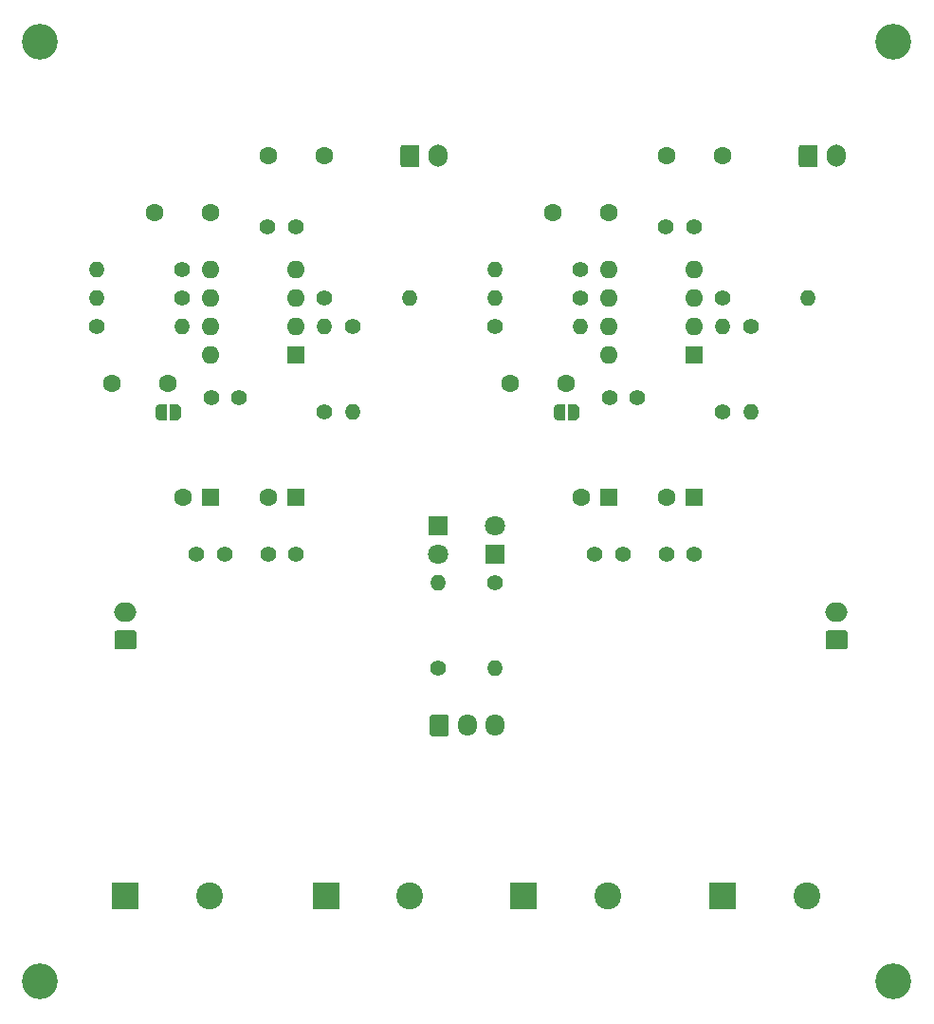
<source format=gbs>
G04 #@! TF.GenerationSoftware,KiCad,Pcbnew,(5.1.4)-1*
G04 #@! TF.CreationDate,2019-10-16T10:00:49+09:00*
G04 #@! TF.ProjectId,LME49600_HPA,4c4d4534-3936-4303-905f-4850412e6b69,rev?*
G04 #@! TF.SameCoordinates,Original*
G04 #@! TF.FileFunction,Soldermask,Bot*
G04 #@! TF.FilePolarity,Negative*
%FSLAX46Y46*%
G04 Gerber Fmt 4.6, Leading zero omitted, Abs format (unit mm)*
G04 Created by KiCad (PCBNEW (5.1.4)-1) date 2019-10-16 10:00:49*
%MOMM*%
%LPD*%
G04 APERTURE LIST*
%ADD10O,2.000000X1.700000*%
%ADD11C,0.100000*%
%ADD12C,1.700000*%
%ADD13C,1.600000*%
%ADD14O,1.600000X1.600000*%
%ADD15R,1.600000X1.600000*%
%ADD16C,2.400000*%
%ADD17R,2.400000X2.400000*%
%ADD18O,1.700000X1.950000*%
%ADD19C,3.200000*%
%ADD20O,1.700000X2.000000*%
%ADD21O,1.400000X1.400000*%
%ADD22C,1.400000*%
%ADD23C,0.500000*%
%ADD24C,1.800000*%
%ADD25R,1.800000X1.800000*%
G04 APERTURE END LIST*
D10*
X182880000Y-101640000D03*
D11*
G36*
X183654504Y-103291204D02*
G01*
X183678773Y-103294804D01*
X183702571Y-103300765D01*
X183725671Y-103309030D01*
X183747849Y-103319520D01*
X183768893Y-103332133D01*
X183788598Y-103346747D01*
X183806777Y-103363223D01*
X183823253Y-103381402D01*
X183837867Y-103401107D01*
X183850480Y-103422151D01*
X183860970Y-103444329D01*
X183869235Y-103467429D01*
X183875196Y-103491227D01*
X183878796Y-103515496D01*
X183880000Y-103540000D01*
X183880000Y-104740000D01*
X183878796Y-104764504D01*
X183875196Y-104788773D01*
X183869235Y-104812571D01*
X183860970Y-104835671D01*
X183850480Y-104857849D01*
X183837867Y-104878893D01*
X183823253Y-104898598D01*
X183806777Y-104916777D01*
X183788598Y-104933253D01*
X183768893Y-104947867D01*
X183747849Y-104960480D01*
X183725671Y-104970970D01*
X183702571Y-104979235D01*
X183678773Y-104985196D01*
X183654504Y-104988796D01*
X183630000Y-104990000D01*
X182130000Y-104990000D01*
X182105496Y-104988796D01*
X182081227Y-104985196D01*
X182057429Y-104979235D01*
X182034329Y-104970970D01*
X182012151Y-104960480D01*
X181991107Y-104947867D01*
X181971402Y-104933253D01*
X181953223Y-104916777D01*
X181936747Y-104898598D01*
X181922133Y-104878893D01*
X181909520Y-104857849D01*
X181899030Y-104835671D01*
X181890765Y-104812571D01*
X181884804Y-104788773D01*
X181881204Y-104764504D01*
X181880000Y-104740000D01*
X181880000Y-103540000D01*
X181881204Y-103515496D01*
X181884804Y-103491227D01*
X181890765Y-103467429D01*
X181899030Y-103444329D01*
X181909520Y-103422151D01*
X181922133Y-103401107D01*
X181936747Y-103381402D01*
X181953223Y-103363223D01*
X181971402Y-103346747D01*
X181991107Y-103332133D01*
X182012151Y-103319520D01*
X182034329Y-103309030D01*
X182057429Y-103300765D01*
X182081227Y-103294804D01*
X182105496Y-103291204D01*
X182130000Y-103290000D01*
X183630000Y-103290000D01*
X183654504Y-103291204D01*
X183654504Y-103291204D01*
G37*
D12*
X182880000Y-104140000D03*
D13*
X162560000Y-66040000D03*
X157560000Y-66040000D03*
X172720000Y-60960000D03*
X167720000Y-60960000D03*
X137160000Y-60960000D03*
X132160000Y-60960000D03*
D14*
X162560000Y-78740000D03*
X170180000Y-71120000D03*
X162560000Y-76200000D03*
X170180000Y-73660000D03*
X162560000Y-73660000D03*
X170180000Y-76200000D03*
X162560000Y-71120000D03*
D15*
X170180000Y-78740000D03*
D14*
X127000000Y-78740000D03*
X134620000Y-71120000D03*
X127000000Y-76200000D03*
X134620000Y-73660000D03*
X127000000Y-73660000D03*
X134620000Y-76200000D03*
X127000000Y-71120000D03*
D15*
X134620000Y-78740000D03*
D16*
X126880000Y-127000000D03*
D17*
X119380000Y-127000000D03*
D16*
X162440000Y-127000000D03*
D17*
X154940000Y-127000000D03*
D18*
X152400000Y-111760000D03*
X149900000Y-111760000D03*
D11*
G36*
X148024504Y-110786204D02*
G01*
X148048773Y-110789804D01*
X148072571Y-110795765D01*
X148095671Y-110804030D01*
X148117849Y-110814520D01*
X148138893Y-110827133D01*
X148158598Y-110841747D01*
X148176777Y-110858223D01*
X148193253Y-110876402D01*
X148207867Y-110896107D01*
X148220480Y-110917151D01*
X148230970Y-110939329D01*
X148239235Y-110962429D01*
X148245196Y-110986227D01*
X148248796Y-111010496D01*
X148250000Y-111035000D01*
X148250000Y-112485000D01*
X148248796Y-112509504D01*
X148245196Y-112533773D01*
X148239235Y-112557571D01*
X148230970Y-112580671D01*
X148220480Y-112602849D01*
X148207867Y-112623893D01*
X148193253Y-112643598D01*
X148176777Y-112661777D01*
X148158598Y-112678253D01*
X148138893Y-112692867D01*
X148117849Y-112705480D01*
X148095671Y-112715970D01*
X148072571Y-112724235D01*
X148048773Y-112730196D01*
X148024504Y-112733796D01*
X148000000Y-112735000D01*
X146800000Y-112735000D01*
X146775496Y-112733796D01*
X146751227Y-112730196D01*
X146727429Y-112724235D01*
X146704329Y-112715970D01*
X146682151Y-112705480D01*
X146661107Y-112692867D01*
X146641402Y-112678253D01*
X146623223Y-112661777D01*
X146606747Y-112643598D01*
X146592133Y-112623893D01*
X146579520Y-112602849D01*
X146569030Y-112580671D01*
X146560765Y-112557571D01*
X146554804Y-112533773D01*
X146551204Y-112509504D01*
X146550000Y-112485000D01*
X146550000Y-111035000D01*
X146551204Y-111010496D01*
X146554804Y-110986227D01*
X146560765Y-110962429D01*
X146569030Y-110939329D01*
X146579520Y-110917151D01*
X146592133Y-110896107D01*
X146606747Y-110876402D01*
X146623223Y-110858223D01*
X146641402Y-110841747D01*
X146661107Y-110827133D01*
X146682151Y-110814520D01*
X146704329Y-110804030D01*
X146727429Y-110795765D01*
X146751227Y-110789804D01*
X146775496Y-110786204D01*
X146800000Y-110785000D01*
X148000000Y-110785000D01*
X148024504Y-110786204D01*
X148024504Y-110786204D01*
G37*
D12*
X147400000Y-111760000D03*
D16*
X144780000Y-127000000D03*
D17*
X137280000Y-127000000D03*
D19*
X111760000Y-134620000D03*
X187960000Y-134620000D03*
X187960000Y-50800000D03*
X111760000Y-50800000D03*
D20*
X182840000Y-60960000D03*
D11*
G36*
X180964504Y-59961204D02*
G01*
X180988773Y-59964804D01*
X181012571Y-59970765D01*
X181035671Y-59979030D01*
X181057849Y-59989520D01*
X181078893Y-60002133D01*
X181098598Y-60016747D01*
X181116777Y-60033223D01*
X181133253Y-60051402D01*
X181147867Y-60071107D01*
X181160480Y-60092151D01*
X181170970Y-60114329D01*
X181179235Y-60137429D01*
X181185196Y-60161227D01*
X181188796Y-60185496D01*
X181190000Y-60210000D01*
X181190000Y-61710000D01*
X181188796Y-61734504D01*
X181185196Y-61758773D01*
X181179235Y-61782571D01*
X181170970Y-61805671D01*
X181160480Y-61827849D01*
X181147867Y-61848893D01*
X181133253Y-61868598D01*
X181116777Y-61886777D01*
X181098598Y-61903253D01*
X181078893Y-61917867D01*
X181057849Y-61930480D01*
X181035671Y-61940970D01*
X181012571Y-61949235D01*
X180988773Y-61955196D01*
X180964504Y-61958796D01*
X180940000Y-61960000D01*
X179740000Y-61960000D01*
X179715496Y-61958796D01*
X179691227Y-61955196D01*
X179667429Y-61949235D01*
X179644329Y-61940970D01*
X179622151Y-61930480D01*
X179601107Y-61917867D01*
X179581402Y-61903253D01*
X179563223Y-61886777D01*
X179546747Y-61868598D01*
X179532133Y-61848893D01*
X179519520Y-61827849D01*
X179509030Y-61805671D01*
X179500765Y-61782571D01*
X179494804Y-61758773D01*
X179491204Y-61734504D01*
X179490000Y-61710000D01*
X179490000Y-60210000D01*
X179491204Y-60185496D01*
X179494804Y-60161227D01*
X179500765Y-60137429D01*
X179509030Y-60114329D01*
X179519520Y-60092151D01*
X179532133Y-60071107D01*
X179546747Y-60051402D01*
X179563223Y-60033223D01*
X179581402Y-60016747D01*
X179601107Y-60002133D01*
X179622151Y-59989520D01*
X179644329Y-59979030D01*
X179667429Y-59970765D01*
X179691227Y-59964804D01*
X179715496Y-59961204D01*
X179740000Y-59960000D01*
X180940000Y-59960000D01*
X180964504Y-59961204D01*
X180964504Y-59961204D01*
G37*
D12*
X180340000Y-60960000D03*
D21*
X160020000Y-76200000D03*
D22*
X152400000Y-76200000D03*
D13*
X118190000Y-81280000D03*
X123190000Y-81280000D03*
D21*
X172720000Y-76200000D03*
D22*
X172720000Y-83820000D03*
D21*
X175260000Y-83820000D03*
D22*
X175260000Y-76200000D03*
D21*
X152400000Y-71120000D03*
D22*
X160020000Y-71120000D03*
D21*
X152400000Y-73660000D03*
D22*
X160020000Y-73660000D03*
D21*
X180340000Y-73660000D03*
D22*
X172720000Y-73660000D03*
D21*
X137160000Y-76200000D03*
D22*
X137160000Y-83820000D03*
D21*
X124460000Y-76200000D03*
D22*
X116840000Y-76200000D03*
D21*
X139700000Y-83820000D03*
D22*
X139700000Y-76200000D03*
D21*
X116840000Y-71120000D03*
D22*
X124460000Y-71120000D03*
D21*
X116840000Y-73660000D03*
D22*
X124460000Y-73660000D03*
D21*
X144780000Y-73660000D03*
D22*
X137160000Y-73660000D03*
D21*
X152400000Y-106680000D03*
D22*
X152400000Y-99060000D03*
D21*
X147320000Y-99060000D03*
D22*
X147320000Y-106680000D03*
D20*
X147280000Y-60960000D03*
D11*
G36*
X145404504Y-59961204D02*
G01*
X145428773Y-59964804D01*
X145452571Y-59970765D01*
X145475671Y-59979030D01*
X145497849Y-59989520D01*
X145518893Y-60002133D01*
X145538598Y-60016747D01*
X145556777Y-60033223D01*
X145573253Y-60051402D01*
X145587867Y-60071107D01*
X145600480Y-60092151D01*
X145610970Y-60114329D01*
X145619235Y-60137429D01*
X145625196Y-60161227D01*
X145628796Y-60185496D01*
X145630000Y-60210000D01*
X145630000Y-61710000D01*
X145628796Y-61734504D01*
X145625196Y-61758773D01*
X145619235Y-61782571D01*
X145610970Y-61805671D01*
X145600480Y-61827849D01*
X145587867Y-61848893D01*
X145573253Y-61868598D01*
X145556777Y-61886777D01*
X145538598Y-61903253D01*
X145518893Y-61917867D01*
X145497849Y-61930480D01*
X145475671Y-61940970D01*
X145452571Y-61949235D01*
X145428773Y-61955196D01*
X145404504Y-61958796D01*
X145380000Y-61960000D01*
X144180000Y-61960000D01*
X144155496Y-61958796D01*
X144131227Y-61955196D01*
X144107429Y-61949235D01*
X144084329Y-61940970D01*
X144062151Y-61930480D01*
X144041107Y-61917867D01*
X144021402Y-61903253D01*
X144003223Y-61886777D01*
X143986747Y-61868598D01*
X143972133Y-61848893D01*
X143959520Y-61827849D01*
X143949030Y-61805671D01*
X143940765Y-61782571D01*
X143934804Y-61758773D01*
X143931204Y-61734504D01*
X143930000Y-61710000D01*
X143930000Y-60210000D01*
X143931204Y-60185496D01*
X143934804Y-60161227D01*
X143940765Y-60137429D01*
X143949030Y-60114329D01*
X143959520Y-60092151D01*
X143972133Y-60071107D01*
X143986747Y-60051402D01*
X144003223Y-60033223D01*
X144021402Y-60016747D01*
X144041107Y-60002133D01*
X144062151Y-59989520D01*
X144084329Y-59979030D01*
X144107429Y-59970765D01*
X144131227Y-59964804D01*
X144155496Y-59961204D01*
X144180000Y-59960000D01*
X145380000Y-59960000D01*
X145404504Y-59961204D01*
X145404504Y-59961204D01*
G37*
D12*
X144780000Y-60960000D03*
D22*
X167680000Y-96520000D03*
X170180000Y-96520000D03*
X134580000Y-67310000D03*
X132080000Y-67310000D03*
D13*
X127000000Y-66040000D03*
X122000000Y-66040000D03*
D22*
X170140000Y-67310000D03*
X167640000Y-67310000D03*
D23*
X158100000Y-83820000D03*
D11*
G36*
X158100000Y-84569398D02*
G01*
X158075466Y-84569398D01*
X158026635Y-84564588D01*
X157978510Y-84555016D01*
X157931555Y-84540772D01*
X157886222Y-84521995D01*
X157842949Y-84498864D01*
X157802150Y-84471604D01*
X157764221Y-84440476D01*
X157729524Y-84405779D01*
X157698396Y-84367850D01*
X157671136Y-84327051D01*
X157648005Y-84283778D01*
X157629228Y-84238445D01*
X157614984Y-84191490D01*
X157605412Y-84143365D01*
X157600602Y-84094534D01*
X157600602Y-84070000D01*
X157600000Y-84070000D01*
X157600000Y-83570000D01*
X157600602Y-83570000D01*
X157600602Y-83545466D01*
X157605412Y-83496635D01*
X157614984Y-83448510D01*
X157629228Y-83401555D01*
X157648005Y-83356222D01*
X157671136Y-83312949D01*
X157698396Y-83272150D01*
X157729524Y-83234221D01*
X157764221Y-83199524D01*
X157802150Y-83168396D01*
X157842949Y-83141136D01*
X157886222Y-83118005D01*
X157931555Y-83099228D01*
X157978510Y-83084984D01*
X158026635Y-83075412D01*
X158075466Y-83070602D01*
X158100000Y-83070602D01*
X158100000Y-83070000D01*
X158600000Y-83070000D01*
X158600000Y-84570000D01*
X158100000Y-84570000D01*
X158100000Y-84569398D01*
X158100000Y-84569398D01*
G37*
D23*
X159400000Y-83820000D03*
D11*
G36*
X158900000Y-83070000D02*
G01*
X159400000Y-83070000D01*
X159400000Y-83070602D01*
X159424534Y-83070602D01*
X159473365Y-83075412D01*
X159521490Y-83084984D01*
X159568445Y-83099228D01*
X159613778Y-83118005D01*
X159657051Y-83141136D01*
X159697850Y-83168396D01*
X159735779Y-83199524D01*
X159770476Y-83234221D01*
X159801604Y-83272150D01*
X159828864Y-83312949D01*
X159851995Y-83356222D01*
X159870772Y-83401555D01*
X159885016Y-83448510D01*
X159894588Y-83496635D01*
X159899398Y-83545466D01*
X159899398Y-83570000D01*
X159900000Y-83570000D01*
X159900000Y-84070000D01*
X159899398Y-84070000D01*
X159899398Y-84094534D01*
X159894588Y-84143365D01*
X159885016Y-84191490D01*
X159870772Y-84238445D01*
X159851995Y-84283778D01*
X159828864Y-84327051D01*
X159801604Y-84367850D01*
X159770476Y-84405779D01*
X159735779Y-84440476D01*
X159697850Y-84471604D01*
X159657051Y-84498864D01*
X159613778Y-84521995D01*
X159568445Y-84540772D01*
X159521490Y-84555016D01*
X159473365Y-84564588D01*
X159424534Y-84569398D01*
X159400000Y-84569398D01*
X159400000Y-84570000D01*
X158900000Y-84570000D01*
X158900000Y-83070000D01*
X158900000Y-83070000D01*
G37*
D23*
X122540000Y-83820000D03*
D11*
G36*
X122540000Y-84569398D02*
G01*
X122515466Y-84569398D01*
X122466635Y-84564588D01*
X122418510Y-84555016D01*
X122371555Y-84540772D01*
X122326222Y-84521995D01*
X122282949Y-84498864D01*
X122242150Y-84471604D01*
X122204221Y-84440476D01*
X122169524Y-84405779D01*
X122138396Y-84367850D01*
X122111136Y-84327051D01*
X122088005Y-84283778D01*
X122069228Y-84238445D01*
X122054984Y-84191490D01*
X122045412Y-84143365D01*
X122040602Y-84094534D01*
X122040602Y-84070000D01*
X122040000Y-84070000D01*
X122040000Y-83570000D01*
X122040602Y-83570000D01*
X122040602Y-83545466D01*
X122045412Y-83496635D01*
X122054984Y-83448510D01*
X122069228Y-83401555D01*
X122088005Y-83356222D01*
X122111136Y-83312949D01*
X122138396Y-83272150D01*
X122169524Y-83234221D01*
X122204221Y-83199524D01*
X122242150Y-83168396D01*
X122282949Y-83141136D01*
X122326222Y-83118005D01*
X122371555Y-83099228D01*
X122418510Y-83084984D01*
X122466635Y-83075412D01*
X122515466Y-83070602D01*
X122540000Y-83070602D01*
X122540000Y-83070000D01*
X123040000Y-83070000D01*
X123040000Y-84570000D01*
X122540000Y-84570000D01*
X122540000Y-84569398D01*
X122540000Y-84569398D01*
G37*
D23*
X123840000Y-83820000D03*
D11*
G36*
X123340000Y-83070000D02*
G01*
X123840000Y-83070000D01*
X123840000Y-83070602D01*
X123864534Y-83070602D01*
X123913365Y-83075412D01*
X123961490Y-83084984D01*
X124008445Y-83099228D01*
X124053778Y-83118005D01*
X124097051Y-83141136D01*
X124137850Y-83168396D01*
X124175779Y-83199524D01*
X124210476Y-83234221D01*
X124241604Y-83272150D01*
X124268864Y-83312949D01*
X124291995Y-83356222D01*
X124310772Y-83401555D01*
X124325016Y-83448510D01*
X124334588Y-83496635D01*
X124339398Y-83545466D01*
X124339398Y-83570000D01*
X124340000Y-83570000D01*
X124340000Y-84070000D01*
X124339398Y-84070000D01*
X124339398Y-84094534D01*
X124334588Y-84143365D01*
X124325016Y-84191490D01*
X124310772Y-84238445D01*
X124291995Y-84283778D01*
X124268864Y-84327051D01*
X124241604Y-84367850D01*
X124210476Y-84405779D01*
X124175779Y-84440476D01*
X124137850Y-84471604D01*
X124097051Y-84498864D01*
X124053778Y-84521995D01*
X124008445Y-84540772D01*
X123961490Y-84555016D01*
X123913365Y-84564588D01*
X123864534Y-84569398D01*
X123840000Y-84569398D01*
X123840000Y-84570000D01*
X123340000Y-84570000D01*
X123340000Y-83070000D01*
X123340000Y-83070000D01*
G37*
D10*
X119380000Y-101640000D03*
D11*
G36*
X120154504Y-103291204D02*
G01*
X120178773Y-103294804D01*
X120202571Y-103300765D01*
X120225671Y-103309030D01*
X120247849Y-103319520D01*
X120268893Y-103332133D01*
X120288598Y-103346747D01*
X120306777Y-103363223D01*
X120323253Y-103381402D01*
X120337867Y-103401107D01*
X120350480Y-103422151D01*
X120360970Y-103444329D01*
X120369235Y-103467429D01*
X120375196Y-103491227D01*
X120378796Y-103515496D01*
X120380000Y-103540000D01*
X120380000Y-104740000D01*
X120378796Y-104764504D01*
X120375196Y-104788773D01*
X120369235Y-104812571D01*
X120360970Y-104835671D01*
X120350480Y-104857849D01*
X120337867Y-104878893D01*
X120323253Y-104898598D01*
X120306777Y-104916777D01*
X120288598Y-104933253D01*
X120268893Y-104947867D01*
X120247849Y-104960480D01*
X120225671Y-104970970D01*
X120202571Y-104979235D01*
X120178773Y-104985196D01*
X120154504Y-104988796D01*
X120130000Y-104990000D01*
X118630000Y-104990000D01*
X118605496Y-104988796D01*
X118581227Y-104985196D01*
X118557429Y-104979235D01*
X118534329Y-104970970D01*
X118512151Y-104960480D01*
X118491107Y-104947867D01*
X118471402Y-104933253D01*
X118453223Y-104916777D01*
X118436747Y-104898598D01*
X118422133Y-104878893D01*
X118409520Y-104857849D01*
X118399030Y-104835671D01*
X118390765Y-104812571D01*
X118384804Y-104788773D01*
X118381204Y-104764504D01*
X118380000Y-104740000D01*
X118380000Y-103540000D01*
X118381204Y-103515496D01*
X118384804Y-103491227D01*
X118390765Y-103467429D01*
X118399030Y-103444329D01*
X118409520Y-103422151D01*
X118422133Y-103401107D01*
X118436747Y-103381402D01*
X118453223Y-103363223D01*
X118471402Y-103346747D01*
X118491107Y-103332133D01*
X118512151Y-103319520D01*
X118534329Y-103309030D01*
X118557429Y-103300765D01*
X118581227Y-103294804D01*
X118605496Y-103291204D01*
X118630000Y-103290000D01*
X120130000Y-103290000D01*
X120154504Y-103291204D01*
X120154504Y-103291204D01*
G37*
D12*
X119380000Y-104140000D03*
D24*
X152400000Y-93980000D03*
D25*
X152400000Y-96520000D03*
D24*
X147320000Y-96520000D03*
D25*
X147320000Y-93980000D03*
D13*
X167680000Y-91440000D03*
D15*
X170180000Y-91440000D03*
D22*
X163790000Y-96520000D03*
X161290000Y-96520000D03*
D13*
X160060000Y-91440000D03*
D15*
X162560000Y-91440000D03*
D22*
X162600000Y-82550000D03*
X165100000Y-82550000D03*
D13*
X153750000Y-81280000D03*
X158750000Y-81280000D03*
X132120000Y-91440000D03*
D15*
X134620000Y-91440000D03*
D22*
X132120000Y-96520000D03*
X134620000Y-96520000D03*
X128230000Y-96520000D03*
X125730000Y-96520000D03*
D13*
X124500000Y-91440000D03*
D15*
X127000000Y-91440000D03*
D22*
X127040000Y-82550000D03*
X129540000Y-82550000D03*
D16*
X180220000Y-127000000D03*
D17*
X172720000Y-127000000D03*
M02*

</source>
